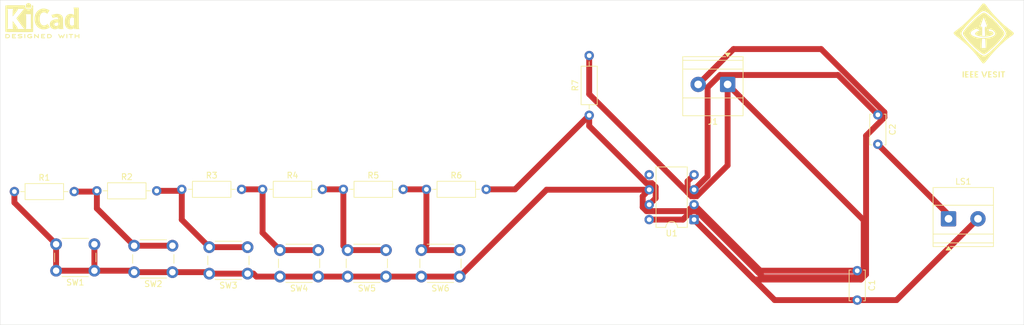
<source format=kicad_pcb>
(kicad_pcb (version 20241229) (generator "pcbnew") (generator_version "9.0")
  (layers (0 "F.Cu" signal) (2 "B.Cu" signal) (13 "F.Paste" user) (15 "B.Paste" user) (5 "F.SilkS" user "F.Silkscreen") (7 "B.SilkS" user "B.Silkscreen") (1 "F.Mask" user) (3 "B.Mask" user) (25 "Edge.Cuts" user))
  (net 0 "")
  (net 1 "GND")
  (net 2 "Net-(U1-THR)")
  (net 3 "Net-(C2-Pad2)")
  (net 4 "Net-(U1-Q)")
  (net 5 "+7.5V")
  (net 6 "Net-(R1-Pad2)")
  (net 7 "Net-(R2-Pad2)")
  (net 8 "Net-(R3-Pad2)")
  (net 9 "Net-(R4-Pad2)")
  (net 10 "Net-(R5-Pad2)")
  (net 11 "Net-(U1-DIS)")
  (footprint "Button_Switch_THT:SW_PUSH_6mm_H8mm" (layer "F.Cu") (at 99 118 180)
    (property "Reference" "SW3" (at 3.25 -2 0) (layer "F.SilkS"))
    (property "Value" "SW_Push")
    (pad "1" thru_hole circle (at 0 0 270) (size 2 2) (drill 1.1) (layers "*.Cu" "*.Mask") (net 2 "Net-(U1-THR)"))
    (pad "1" thru_hole circle (at 6.5 0 270) (size 2 2) (drill 1.1) (layers "*.Cu" "*.Mask") (net 2 "Net-(U1-THR)"))
    (pad "2" thru_hole circle (at 0 4.5 270) (size 2 2) (drill 1.1) (layers "*.Cu" "*.Mask") (net 7 "Net-(R2-Pad2)"))
    (pad "2" thru_hole circle (at 6.5 4.5 270) (size 2 2) (drill 1.1) (layers "*.Cu" "*.Mask") (net 7 "Net-(R2-Pad2)"))
  )
  (footprint "Resistor_THT:R_Axial_DIN0207_L6.3mm_D2.5mm_P10.16mm_Horizontal" (layer "F.Cu") (at 129.363 103.669)
    (property "Reference" "R6" (at 5.08 -2.37 0) (layer "F.SilkS"))
    (property "Value" "R")
    (pad "1" thru_hole circle (at 0 0) (size 1.6 1.6) (drill 0.8) (layers "*.Cu" "*.Mask") (net 10 "Net-(R5-Pad2)"))
    (pad "2" thru_hole circle (at 10.16 0) (size 1.6 1.6) (drill 0.8) (layers "*.Cu" "*.Mask") (net 11 "Net-(U1-DIS)"))
  )
  (footprint "Resistor_THT:R_Axial_DIN0207_L6.3mm_D2.5mm_P10.16mm_Horizontal" (layer "F.Cu") (at 59.42 104.05)
    (property "Reference" "R1" (at 5.08 -2.37 0) (layer "F.SilkS"))
    (property "Value" "R")
    (pad "1" thru_hole circle (at 0 0) (size 1.6 1.6) (drill 0.8) (layers "*.Cu" "*.Mask") (net 2 "Net-(U1-THR)"))
    (pad "2" thru_hole circle (at 10.16 0) (size 1.6 1.6) (drill 0.8) (layers "*.Cu" "*.Mask") (net 6 "Net-(R1-Pad2)"))
  )
  (footprint "Capacitor_THT:C_Disc_D5.0mm_W2.5mm_P5.00mm" (layer "F.Cu") (at 202.5 117.5 -90)
    (property "Reference" "C1" (at 2.5 -2.5 90) (layer "F.SilkS"))
    (property "Value" "C")
    (pad "1" thru_hole circle (at 0 0 270) (size 1.6 1.6) (drill 0.8) (layers "*.Cu" "*.Mask") (net 2 "Net-(U1-THR)"))
    (pad "2" thru_hole circle (at 5 0 270) (size 1.6 1.6) (drill 0.8) (layers "*.Cu" "*.Mask") (net 1 "GND"))
  )
  (footprint "Resistor_THT:R_Axial_DIN0207_L6.3mm_D2.5mm_P10.16mm_Horizontal" (layer "F.Cu") (at 115.266 103.669)
    (property "Reference" "R5" (at 5.08 -2.37 0) (layer "F.SilkS"))
    (property "Value" "R")
    (pad "1" thru_hole circle (at 0 0) (size 1.6 1.6) (drill 0.8) (layers "*.Cu" "*.Mask") (net 9 "Net-(R4-Pad2)"))
    (pad "2" thru_hole circle (at 10.16 0) (size 1.6 1.6) (drill 0.8) (layers "*.Cu" "*.Mask") (net 10 "Net-(R5-Pad2)"))
  )
  (footprint "Resistor_THT:R_Axial_DIN0207_L6.3mm_D2.5mm_P10.16mm_Horizontal" (layer "F.Cu") (at 87.834 103.669)
    (property "Reference" "R3" (at 5.08 -2.37 0) (layer "F.SilkS"))
    (property "Value" "R")
    (pad "1" thru_hole circle (at 0 0) (size 1.6 1.6) (drill 0.8) (layers "*.Cu" "*.Mask") (net 7 "Net-(R2-Pad2)"))
    (pad "2" thru_hole circle (at 10.16 0) (size 1.6 1.6) (drill 0.8) (layers "*.Cu" "*.Mask") (net 8 "Net-(R3-Pad2)"))
  )
  (footprint "Button_Switch_THT:SW_PUSH_6mm_H8mm" (layer "F.Cu") (at 122.5 118.5 180)
    (property "Reference" "SW5" (at 3.25 -2 0) (layer "F.SilkS"))
    (property "Value" "SW_Push")
    (pad "1" thru_hole circle (at 0 0 270) (size 2 2) (drill 1.1) (layers "*.Cu" "*.Mask") (net 2 "Net-(U1-THR)"))
    (pad "1" thru_hole circle (at 6.5 0 270) (size 2 2) (drill 1.1) (layers "*.Cu" "*.Mask") (net 2 "Net-(U1-THR)"))
    (pad "2" thru_hole circle (at 0 4.5 270) (size 2 2) (drill 1.1) (layers "*.Cu" "*.Mask") (net 9 "Net-(R4-Pad2)"))
    (pad "2" thru_hole circle (at 6.5 4.5 270) (size 2 2) (drill 1.1) (layers "*.Cu" "*.Mask") (net 9 "Net-(R4-Pad2)"))
  )
  (footprint "Resistor_THT:R_Axial_DIN0207_L6.3mm_D2.5mm_P10.16mm_Horizontal" (layer "F.Cu") (at 157 91.08 90)
    (property "Reference" "R7" (at 5.08 -2.37 90) (layer "F.SilkS"))
    (property "Value" "R")
    (pad "1" thru_hole circle (at 0 0 90) (size 1.6 1.6) (drill 0.8) (layers "*.Cu" "*.Mask") (net 11 "Net-(U1-DIS)"))
    (pad "2" thru_hole circle (at 10.16 0 90) (size 1.6 1.6) (drill 0.8) (layers "*.Cu" "*.Mask") (net 5 "+7.5V"))
  )
  (footprint "Capacitor_THT:C_Disc_D5.0mm_W2.5mm_P5.00mm" (layer "F.Cu") (at 206 91 -90)
    (property "Reference" "C2" (at 2.5 -2.5 90) (layer "F.SilkS"))
    (property "Value" "C")
    (pad "1" thru_hole circle (at 0 0 270) (size 1.6 1.6) (drill 0.8) (layers "*.Cu" "*.Mask") (net 4 "Net-(U1-Q)"))
    (pad "2" thru_hole circle (at 5 0 270) (size 1.6 1.6) (drill 0.8) (layers "*.Cu" "*.Mask") (net 3 "Net-(C2-Pad2)"))
  )
  (footprint "Resistor_THT:R_Axial_DIN0207_L6.3mm_D2.5mm_P10.16mm_Horizontal" (layer "F.Cu") (at 101.55 103.669)
    (property "Reference" "R4" (at 5.08 -2.37 0) (layer "F.SilkS"))
    (property "Value" "R")
    (pad "1" thru_hole circle (at 0 0) (size 1.6 1.6) (drill 0.8) (layers "*.Cu" "*.Mask") (net 8 "Net-(R3-Pad2)"))
    (pad "2" thru_hole circle (at 10.16 0) (size 1.6 1.6) (drill 0.8) (layers "*.Cu" "*.Mask") (net 9 "Net-(R4-Pad2)"))
  )
  (footprint "Button_Switch_THT:SW_PUSH_6mm_H8mm" (layer "F.Cu") (at 135 118.5 180)
    (property "Reference" "SW6" (at 3.25 -2 0) (layer "F.SilkS"))
    (property "Value" "SW_Push")
    (pad "1" thru_hole circle (at 0 0 270) (size 2 2) (drill 1.1) (layers "*.Cu" "*.Mask") (net 2 "Net-(U1-THR)"))
    (pad "1" thru_hole circle (at 6.5 0 270) (size 2 2) (drill 1.1) (layers "*.Cu" "*.Mask") (net 2 "Net-(U1-THR)"))
    (pad "2" thru_hole circle (at 0 4.5 270) (size 2 2) (drill 1.1) (layers "*.Cu" "*.Mask") (net 10 "Net-(R5-Pad2)"))
    (pad "2" thru_hole circle (at 6.5 4.5 270) (size 2 2) (drill 1.1) (layers "*.Cu" "*.Mask") (net 10 "Net-(R5-Pad2)"))
  )
  (footprint "Button_Switch_THT:SW_PUSH_6mm_H8mm" (layer "F.Cu") (at 111 118.5 180)
    (property "Reference" "SW4" (at 3.25 -2 0) (layer "F.SilkS"))
    (property "Value" "SW_Push")
    (pad "1" thru_hole circle (at 0 0 270) (size 2 2) (drill 1.1) (layers "*.Cu" "*.Mask") (net 2 "Net-(U1-THR)"))
    (pad "1" thru_hole circle (at 6.5 0 270) (size 2 2) (drill 1.1) (layers "*.Cu" "*.Mask") (net 2 "Net-(U1-THR)"))
    (pad "2" thru_hole circle (at 0 4.5 270) (size 2 2) (drill 1.1) (layers "*.Cu" "*.Mask") (net 8 "Net-(R3-Pad2)"))
    (pad "2" thru_hole circle (at 6.5 4.5 270) (size 2 2) (drill 1.1) (layers "*.Cu" "*.Mask") (net 8 "Net-(R3-Pad2)"))
  )
  (footprint "Resistor_THT:R_Axial_DIN0207_L6.3mm_D2.5mm_P10.16mm_Horizontal" (layer "F.Cu") (at 73.42 103.923)
    (property "Reference" "R2" (at 5.08 -2.37 0) (layer "F.SilkS"))
    (property "Value" "R")
    (pad "1" thru_hole circle (at 0 0) (size 1.6 1.6) (drill 0.8) (layers "*.Cu" "*.Mask") (net 6 "Net-(R1-Pad2)"))
    (pad "2" thru_hole circle (at 10.16 0) (size 1.6 1.6) (drill 0.8) (layers "*.Cu" "*.Mask") (net 7 "Net-(R2-Pad2)"))
  )
  (footprint "TerminalBlock_Phoenix:TerminalBlock_Phoenix_MKDS-1,5-2_1x02_P5.00mm_Horizontal" (layer "F.Cu") (at 218 108.6725)
    (property "Reference" "LS1" (at 2.5 -6.32 0) (layer "F.SilkS"))
    (property "Value" "Speaker")
    (pad "1" thru_hole roundrect (at 0 0) (size 2.6 2.6) (drill 1.3) (layers "*.Cu" "*.Mask") (roundrect_rratio 0.096154) (net 3 "Net-(C2-Pad2)"))
    (pad "2" thru_hole circle (at 5 0) (size 2.6 2.6) (drill 1.3) (layers "*.Cu" "*.Mask") (net 1 "GND"))
  )
  (footprint "TerminalBlock_Phoenix:TerminalBlock_Phoenix_MKDS-1,5-2_1x02_P5.00mm_Horizontal" (layer "F.Cu") (at 180.5 85.8275 180)
    (property "Reference" "J1" (at 2.5 -6.32 0) (layer "F.SilkS"))
    (property "Value" "Conn_01x02_Socket")
    (pad "1" thru_hole roundrect (at 0 0 180) (size 2.6 2.6) (drill 1.3) (layers "*.Cu" "*.Mask") (roundrect_rratio 0.096154) (net 5 "+7.5V"))
    (pad "2" thru_hole circle (at 5 0 180) (size 2.6 2.6) (drill 1.3) (layers "*.Cu" "*.Mask") (net 1 "GND"))
  )
  (footprint "Button_Switch_THT:SW_PUSH_6mm_H8mm" (layer "F.Cu") (at 86.25 117.75 180)
    (property "Reference" "SW2" (at 3.25 -2 0) (layer "F.SilkS"))
    (property "Value" "SW_Push")
    (pad "1" thru_hole circle (at 0 0 270) (size 2 2) (drill 1.1) (layers "*.Cu" "*.Mask") (net 2 "Net-(U1-THR)"))
    (pad "1" thru_hole circle (at 6.5 0 270) (size 2 2) (drill 1.1) (layers "*.Cu" "*.Mask") (net 2 "Net-(U1-THR)"))
    (pad "2" thru_hole circle (at 0 4.5 270) (size 2 2) (drill 1.1) (layers "*.Cu" "*.Mask") (net 6 "Net-(R1-Pad2)"))
    (pad "2" thru_hole circle (at 6.5 4.5 270) (size 2 2) (drill 1.1) (layers "*.Cu" "*.Mask") (net 6 "Net-(R1-Pad2)"))
  )
  (footprint "Package_DIP:DIP-8_W7.62mm" (layer "F.Cu") (at 174.805 108.81 180)
    (property "Reference" "U1" (at 3.81 -2.33 0) (layer "F.SilkS"))
    (property "Value" "LM555xN")
    (pad "1" thru_hole roundrect (at 0 0 180) (size 1.6 1.6) (drill 0.8) (layers "*.Cu" "*.Mask") (roundrect_rratio 0.15625) (net 1 "GND"))
    (pad "2" thru_hole circle (at 0 2.54 180) (size 1.6 1.6) (drill 0.8) (layers "*.Cu" "*.Mask") (net 2 "Net-(U1-THR)"))
    (pad "3" thru_hole circle (at 0 5.08 180) (size 1.6 1.6) (drill 0.8) (layers "*.Cu" "*.Mask") (net 4 "Net-(U1-Q)"))
    (pad "4" thru_hole circle (at 0 7.62 180) (size 1.6 1.6) (drill 0.8) (layers "*.Cu" "*.Mask") (net 5 "+7.5V"))
    (pad "5" thru_hole circle (at 7.62 7.62 180) (size 1.6 1.6) (drill 0.8) (layers "*.Cu" "*.Mask"))
    (pad "6" thru_hole circle (at 7.62 5.08 180) (size 1.6 1.6) (drill 0.8) (layers "*.Cu" "*.Mask") (net 2 "Net-(U1-THR)"))
    (pad "7" thru_hole circle (at 7.62 2.54 180) (size 1.6 1.6) (drill 0.8) (layers "*.Cu" "*.Mask") (net 11 "Net-(U1-DIS)"))
    (pad "8" thru_hole circle (at 7.62 0 180) (size 1.6 1.6) (drill 0.8) (layers "*.Cu" "*.Mask") (net 5 "+7.5V"))
  )
  (footprint "Symbol:KiCad-Logo2_5mm_SilkScreen" (layer "F.Cu") (at 64.1604 74.9808)
    (property "Reference" "REF**" (hide yes))
    (property "Value" "KiCad-Logo2_5mm_SilkScreen" (hide yes))
  )
  (footprint "LOGO" (layer "F.Cu") (at 224.2312 78.74)
    (property "Reference" "REF***" (hide yes))
    (property "Value" "LOGO" (hide yes))
  )
  (footprint "Button_Switch_THT:SW_PUSH_6mm_H8mm" (layer "F.Cu") (at 73 117.5 180)
    (property "Reference" "SW1" (at 3.25 -2 0) (layer "F.SilkS"))
    (property "Value" "SW_Push")
    (pad "1" thru_hole circle (at 0 0 270) (size 2 2) (drill 1.1) (layers "*.Cu" "*.Mask") (net 2 "Net-(U1-THR)"))
    (pad "1" thru_hole circle (at 6.5 0 270) (size 2 2) (drill 1.1) (layers "*.Cu" "*.Mask") (net 2 "Net-(U1-THR)"))
    (pad "2" thru_hole circle (at 0 4.5 270) (size 2 2) (drill 1.1) (layers "*.Cu" "*.Mask") (net 2 "Net-(U1-THR)"))
    (pad "2" thru_hole circle (at 6.5 4.5 270) (size 2 2) (drill 1.1) (layers "*.Cu" "*.Mask") (net 2 "Net-(U1-THR)"))
  )
  (gr_rect (start 57 71.5) (end 230.794 126.699) (stroke (width 0.05)) (fill no) (layer "Edge.Cuts"))
  (segment (start 207.101 90.54395) (end 207.101 91.45605) (width 1) (layers "F.Cu" "F.Mask") (net 1))
  (segment (start 175.5 85.8275) (end 181.5085 79.819) (width 1) (layers "F.Cu" "F.Mask") (net 1))
  (segment (start 204.002 94.55505) (end 204.002 118.12215) (width 1) (layers "F.Cu" "F.Mask") (net 1))
  (segment (start 204.002 118.12215) (end 203.12215 119.002) (width 1) (layers "F.Cu" "F.Mask") (net 1))
  (segment (start 181.5085 79.819) (end 196.37605 79.819) (width 1) (layers "F.Cu" "F.Mask") (net 1))
  (segment (start 207.101 91.45605) (end 204.002 94.55505) (width 1) (layers "F.Cu" "F.Mask") (net 1))
  (segment (start 184.997 119.002) (end 174.805 108.81) (width 1) (layers "F.Cu" "F.Mask") (net 1))
  (segment (start 223 108.6725) (end 222.8275 108.6725) (width 1) (layers "F.Cu" "F.Mask") (net 1))
  (segment (start 209.1725 122.5) (end 202.5 122.5) (width 1) (layers "F.Cu" "F.Mask") (net 1))
  (segment (start 223 108.6725) (end 209.1725 122.5) (width 1) (layers "F.Cu" "F.Mask") (net 1))
  (segment (start 202.5 122.5) (end 188.495 122.5) (width 1) (layers "F.Cu" "F.Mask") (net 1))
  (segment (start 203.12215 119.002) (end 184.997 119.002) (width 1) (layers "F.Cu" "F.Mask") (net 1))
  (segment (start 222.8275 108.6725) (end 222.5 109) (width 1) (layers "F.Cu" "F.Mask") (net 1))
  (segment (start 188.495 122.5) (end 174.805 108.81) (width 1) (layers "F.Cu" "F.Mask") (net 1))
  (segment (start 196.37605 79.819) (end 207.101 90.54395) (width 1) (layers "F.Cu" "F.Mask") (net 1))
  (segment (start 202.5 117.5) (end 186.035 117.5) (width 1) (layers "F.Cu" "F.Mask") (net 2))
  (segment (start 104.5 118.5) (end 111 118.5) (width 1) (layers "F.Cu" "F.Mask") (net 2))
  (segment (start 135 118.5) (end 149.77 103.73) (width 1) (layers "F.Cu" "F.Mask") (net 2))
  (segment (start 73 113) (end 73 117.5) (width 1) (layers "F.Cu" "F.Mask") (net 2))
  (segment (start 100.5 118.5) (end 104.5 118.5) (width 1) (layers "F.Cu" "F.Mask") (net 2))
  (segment (start 111 118.5) (end 116 118.5) (width 1) (layers "F.Cu" "F.Mask") (net 2))
  (segment (start 66.5 117.5) (end 73 117.5) (width 1) (layers "F.Cu" "F.Mask") (net 2))
  (segment (start 166.72895 107.371) (end 166.084 106.72605) (width 1) (layers "F.Cu" "F.Mask") (net 2))
  (segment (start 66.5 113) (end 66.5 117.5) (width 1) (layers "F.Cu" "F.Mask") (net 2))
  (segment (start 166.084 104.831) (end 167.185 103.73) (width 1) (layers "F.Cu" "F.Mask") (net 2))
  (segment (start 92.25 117.75) (end 92.5 118) (width 1) (layers "F.Cu" "F.Mask") (net 2))
  (segment (start 186.035 117.5) (end 174.805 106.27) (width 1) (layers "F.Cu" "F.Mask") (net 2))
  (segment (start 92.5 118) (end 99 118) (width 1) (layers "F.Cu" "F.Mask") (net 2))
  (segment (start 100 118) (end 100.5 118.5) (width 1) (layers "F.Cu" "F.Mask") (net 2))
  (segment (start 79.75 117.75) (end 86.25 117.75) (width 1) (layers "F.Cu" "F.Mask") (net 2))
  (segment (start 149.77 103.73) (end 167.185 103.73) (width 1) (layers "F.Cu" "F.Mask") (net 2))
  (segment (start 173.704 107.371) (end 166.72895 107.371) (width 1) (layers "F.Cu" "F.Mask") (net 2))
  (segment (start 174.805 106.27) (end 173.704 107.371) (width 1) (layers "F.Cu" "F.Mask") (net 2))
  (segment (start 166.084 106.72605) (end 166.084 104.831) (width 1) (layers "F.Cu" "F.Mask") (net 2))
  (segment (start 59.42 104.05) (end 59.42 105.92) (width 1) (layers "F.Cu" "F.Mask") (net 2))
  (segment (start 79.5 117.5) (end 79.75 117.75) (width 1) (layers "F.Cu" "F.Mask") (net 2))
  (segment (start 99 118) (end 100 118) (width 1) (layers "F.Cu" "F.Mask") (net 2))
  (segment (start 116 118.5) (end 122.5 118.5) (width 1) (layers "F.Cu" "F.Mask") (net 2))
  (segment (start 73 117.5) (end 79.5 117.5) (width 1) (layers "F.Cu" "F.Mask") (net 2))
  (segment (start 86.25 117.75) (end 92.25 117.75) (width 1) (layers "F.Cu" "F.Mask") (net 2))
  (segment (start 122.5 118.5) (end 128.5 118.5) (width 1) (layers "F.Cu" "F.Mask") (net 2))
  (segment (start 59.42 105.92) (end 66.5 113) (width 1) (layers "F.Cu" "F.Mask") (net 2))
  (segment (start 128.5 118.5) (end 135 118.5) (width 1) (layers "F.Cu" "F.Mask") (net 2))
  (segment (start 206 96) (end 218 108) (width 1) (layers "F.Cu" "F.Mask") (net 3))
  (segment (start 218 108) (end 218 108.6725) (width 1) (layers "F.Cu" "F.Mask") (net 3))
  (segment (start 179.21484 84.2265) (end 177.101 86.34034) (width 1) (layers "F.Cu" "F.Mask") (net 4))
  (segment (start 177.101 101.434) (end 174.805 103.73) (width 1) (layers "F.Cu" "F.Mask") (net 4))
  (segment (start 177.101 86.34034) (end 177.101 101.434) (width 1) (layers "F.Cu" "F.Mask") (net 4))
  (segment (start 199.2265 84.2265) (end 179.21484 84.2265) (width 1) (layers "F.Cu" "F.Mask") (net 4))
  (segment (start 206 91) (end 199.2265 84.2265) (width 1) (layers "F.Cu" "F.Mask") (net 4))
  (segment (start 174.34895 107.371) (end 172.90995 108.81) (width 1) (layers "F.Cu" "F.Mask") (net 5))
  (segment (start 202.95605 118.601) (end 186.49105 118.601) (width 1) (layers "F.Cu" "F.Mask") (net 5))
  (segment (start 157 87.48205) (end 174.34895 104.831) (width 1) (layers "F.Cu" "F.Mask") (net 5))
  (segment (start 175.26105 104.831) (end 180.5 99.59205) (width 1) (layers "F.Cu" "F.Mask") (net 5))
  (segment (start 157 80.92) (end 157 87.48205) (width 1) (layers "F.Cu" "F.Mask") (net 5))
  (segment (start 173.704 104.18605) (end 173.704 102.291) (width 1) (layers "F.Cu" "F.Mask") (net 5))
  (segment (start 180.5 99.59205) (end 180.5 85.8275) (width 1) (layers "F.Cu" "F.Mask") (net 5))
  (segment (start 172.90995 108.81) (end 167.185 108.81) (width 1) (layers "F.Cu" "F.Mask") (net 5))
  (segment (start 180.5 85.8275) (end 203.601 108.9285) (width 1) (layers "F.Cu" "F.Mask") (net 5))
  (segment (start 203.601 117.95605) (end 202.95605 118.601) (width 1) (layers "F.Cu" "F.Mask") (net 5))
  (segment (start 173.704 102.291) (end 174.805 101.19) (width 1) (layers "F.Cu" "F.Mask") (net 5))
  (segment (start 175.26105 104.831) (end 174.34895 104.831) (width 1) (layers "F.Cu" "F.Mask") (net 5))
  (segment (start 203.601 108.9285) (end 203.601 117.95605) (width 1) (layers "F.Cu" "F.Mask") (net 5))
  (segment (start 186.49105 118.601) (end 175.26105 107.371) (width 1) (layers "F.Cu" "F.Mask") (net 5))
  (segment (start 174.34895 104.831) (end 173.704 104.18605) (width 1) (layers "F.Cu" "F.Mask") (net 5))
  (segment (start 175.26105 107.371) (end 174.34895 107.371) (width 1) (layers "F.Cu" "F.Mask") (net 5))
  (segment (start 73.42 106.92) (end 79.75 113.25) (width 1) (layers "F.Cu" "F.Mask") (net 6))
  (segment (start 79.75 113.25) (end 86.25 113.25) (width 1) (layers "F.Cu" "F.Mask") (net 6))
  (segment (start 73.293 104.05) (end 73.42 103.923) (width 1) (layers "F.Cu" "F.Mask") (net 6))
  (segment (start 69.58 104.05) (end 73.293 104.05) (width 1) (layers "F.Cu" "F.Mask") (net 6))
  (segment (start 73.42 103.923) (end 73.42 106.92) (width 1) (layers "F.Cu" "F.Mask") (net 6))
  (segment (start 83.58 103.923) (end 87.58 103.923) (width 1) (layers "F.Cu" "F.Mask") (net 7))
  (segment (start 92.5 113.5) (end 99 113.5) (width 1) (layers "F.Cu" "F.Mask") (net 7))
  (segment (start 87.834 103.669) (end 87.834 108.834) (width 1) (layers "F.Cu" "F.Mask") (net 7))
  (segment (start 87.834 108.834) (end 92.5 113.5) (width 1) (layers "F.Cu" "F.Mask") (net 7))
  (segment (start 87.58 103.923) (end 87.834 103.669) (width 1) (layers "F.Cu" "F.Mask") (net 7))
  (segment (start 104.5 114) (end 111 114) (width 1) (layers "F.Cu" "F.Mask") (net 8))
  (segment (start 101.55 103.669) (end 101.55 111.05) (width 1) (layers "F.Cu" "F.Mask") (net 8))
  (segment (start 97.994 103.669) (end 101.55 103.669) (width 1) (layers "F.Cu" "F.Mask") (net 8))
  (segment (start 101.55 111.05) (end 104.5 114) (width 1) (layers "F.Cu" "F.Mask") (net 8))
  (segment (start 111.71 103.669) (end 115.266 103.669) (width 1) (layers "F.Cu" "F.Mask") (net 9))
  (segment (start 116 114) (end 122.5 114) (width 1) (layers "F.Cu" "F.Mask") (net 9))
  (segment (start 115.266 113.266) (end 116 114) (width 1) (layers "F.Cu" "F.Mask") (net 9))
  (segment (start 115.266 103.669) (end 115.266 113.266) (width 1) (layers "F.Cu" "F.Mask") (net 9))
  (segment (start 129.363 103.669) (end 129.363 113.137) (width 1) (layers "F.Cu" "F.Mask") (net 10))
  (segment (start 128.5 114) (end 135 114) (width 1) (layers "F.Cu" "F.Mask") (net 10))
  (segment (start 125.426 103.669) (end 129.363 103.669) (width 1) (layers "F.Cu" "F.Mask") (net 10))
  (segment (start 129.363 113.137) (end 128.5 114) (width 1) (layers "F.Cu" "F.Mask") (net 10))
  (segment (start 144.411 103.669) (end 157 91.08) (width 1) (layers "F.Cu" "F.Mask") (net 11))
  (segment (start 157 91.08) (end 157 92.90005) (width 1) (layers "F.Cu" "F.Mask") (net 11))
  (segment (start 168.286 103.27395) (end 168.286 105.169) (width 1) (layers "F.Cu" "F.Mask") (net 11))
  (segment (start 166.72895 102.629) (end 167.64105 102.629) (width 1) (layers "F.Cu" "F.Mask") (net 11))
  (segment (start 168.286 105.169) (end 167.185 106.27) (width 1) (layers "F.Cu" "F.Mask") (net 11))
  (segment (start 139.523 103.669) (end 144.411 103.669) (width 1) (layers "F.Cu" "F.Mask") (net 11))
  (segment (start 157 92.90005) (end 166.72895 102.629) (width 1) (layers "F.Cu" "F.Mask") (net 11))
  (segment (start 167.64105 102.629) (end 168.286 103.27395) (width 1) (layers "F.Cu" "F.Mask") (net 11))
)
</source>
